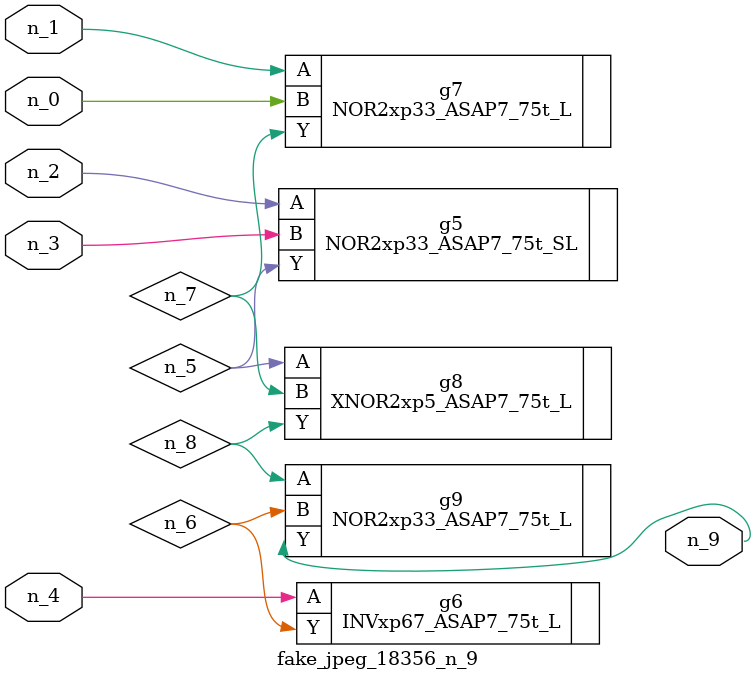
<source format=v>
module fake_jpeg_18356_n_9 (n_3, n_2, n_1, n_0, n_4, n_9);

input n_3;
input n_2;
input n_1;
input n_0;
input n_4;

output n_9;

wire n_8;
wire n_6;
wire n_5;
wire n_7;

NOR2xp33_ASAP7_75t_SL g5 ( 
.A(n_2),
.B(n_3),
.Y(n_5)
);

INVxp67_ASAP7_75t_L g6 ( 
.A(n_4),
.Y(n_6)
);

NOR2xp33_ASAP7_75t_L g7 ( 
.A(n_1),
.B(n_0),
.Y(n_7)
);

XNOR2xp5_ASAP7_75t_L g8 ( 
.A(n_5),
.B(n_7),
.Y(n_8)
);

NOR2xp33_ASAP7_75t_L g9 ( 
.A(n_8),
.B(n_6),
.Y(n_9)
);


endmodule
</source>
